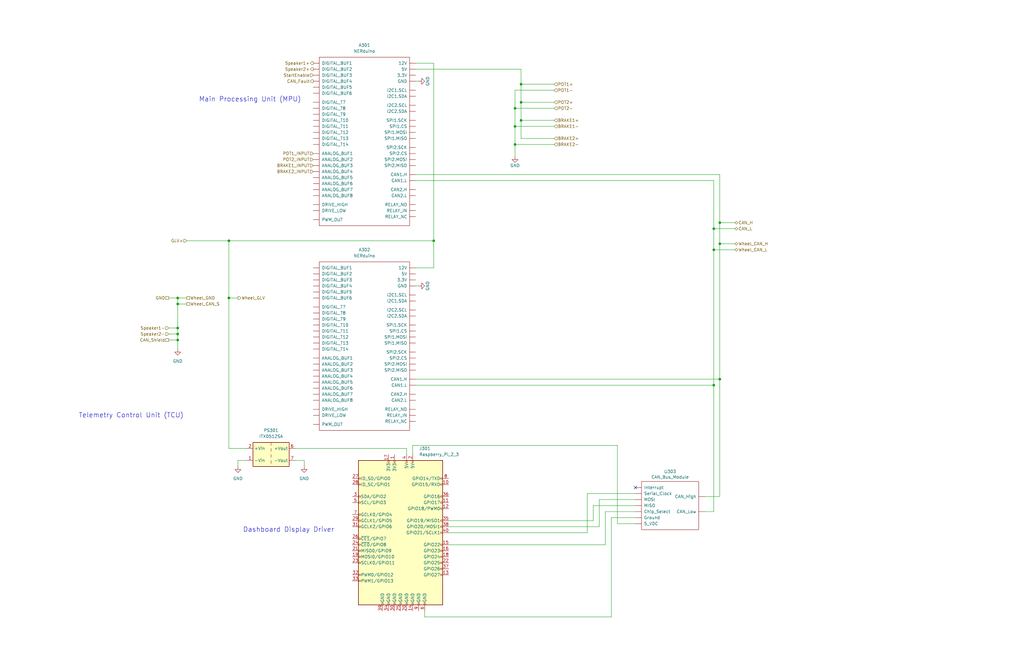
<source format=kicad_sch>
(kicad_sch (version 20230121) (generator eeschema)
  (paper "B")
  (title_block (title "Dashboard Internals") (date "2023-01-30") (rev "2") (company "Northeastern Electric Racing") (comment 1 "https://github.com/Northeastern-Electric-Racing/NER") (comment 2 "For authors and other info, contact Chief Electrical Engineer"))
  (lib_symbols
    (symbol "Connector:Raspberry_Pi_2_3" (pin_names (offset 1.016))
      (property "Reference" "J" (at -17.78 31.75 0))
      (property "Value" "Raspberry_Pi_2_3" (at 10.16 -31.75 0))
      (symbol "Raspberry_Pi_2_3_0_1"
        (rectangle (start -17.78 30.48) (end 17.78 -30.48) (stroke (width 0.254)) (fill (type background)))
      )
      (symbol "Raspberry_Pi_2_3_1_1"
        (rectangle (start -16.891 -17.526) (end -17.78 -18.034))
        (rectangle (start -16.891 -14.986) (end -17.78 -15.494))
        (rectangle (start -16.891 -12.446) (end -17.78 -12.954))
        (rectangle (start -16.891 -9.906) (end -17.78 -10.414))
        (rectangle (start -16.891 -7.366) (end -17.78 -7.874))
        (rectangle (start -16.891 -4.826) (end -17.78 -5.334))
        (rectangle (start -16.891 0.254) (end -17.78 -0.254))
        (rectangle (start -16.891 2.794) (end -17.78 2.286))
        (rectangle (start -16.891 5.334) (end -17.78 4.826))
        (rectangle (start -16.891 10.414) (end -17.78 9.906))
        (rectangle (start -16.891 12.954) (end -17.78 12.446))
        (rectangle (start -16.891 15.494) (end -17.78 14.986))
        (rectangle (start -16.891 20.574) (end -17.78 20.066))
        (rectangle (start -16.891 23.114) (end -17.78 22.606))
        (rectangle (start -10.414 -29.591) (end -9.906 -30.48))
        (rectangle (start -7.874 -29.591) (end -7.366 -30.48))
        (rectangle (start -5.334 -29.591) (end -4.826 -30.48))
        (rectangle (start -5.334 30.48) (end -4.826 29.591))
        (rectangle (start -2.794 -29.591) (end -2.286 -30.48))
        (rectangle (start -2.794 30.48) (end -2.286 29.591))
        (rectangle (start -0.254 -29.591) (end 0.254 -30.48))
        (rectangle (start 2.286 -29.591) (end 2.794 -30.48))
        (rectangle (start 2.286 30.48) (end 2.794 29.591))
        (rectangle (start 4.826 -29.591) (end 5.334 -30.48))
        (rectangle (start 4.826 30.48) (end 5.334 29.591))
        (rectangle (start 7.366 -29.591) (end 7.874 -30.48))
        (rectangle (start 17.78 -20.066) (end 16.891 -20.574))
        (rectangle (start 17.78 -17.526) (end 16.891 -18.034))
        (rectangle (start 17.78 -12.446) (end 16.891 -12.954))
        (rectangle (start 17.78 -9.906) (end 16.891 -10.414))
        (rectangle (start 17.78 -7.366) (end 16.891 -7.874))
        (rectangle (start 17.78 -4.826) (end 16.891 -5.334))
        (rectangle (start 17.78 -2.286) (end 16.891 -2.794))
        (rectangle (start 17.78 2.794) (end 16.891 2.286))
        (rectangle (start 17.78 5.334) (end 16.891 4.826))
        (rectangle (start 17.78 7.874) (end 16.891 7.366))
        (rectangle (start 17.78 12.954) (end 16.891 12.446))
        (rectangle (start 17.78 15.494) (end 16.891 14.986))
        (rectangle (start 17.78 20.574) (end 16.891 20.066))
        (rectangle (start 17.78 23.114) (end 16.891 22.606))
        (pin power_in line (at 2.54 33.02 270) (length 2.54) (name "3V3") (number "1"))
        (pin bidirectional line (at -20.32 20.32 0) (length 2.54) (name "GPIO15/RXD") (number "10"))
        (pin bidirectional line (at -20.32 12.7 0) (length 2.54) (name "GPIO17") (number "11"))
        (pin bidirectional line (at -20.32 10.16 0) (length 2.54) (name "GPIO18/PWM0") (number "12"))
        (pin bidirectional line (at -20.32 -17.78 0) (length 2.54) (name "GPIO27") (number "13"))
        (pin power_in line (at -5.08 -33.02 90) (length 2.54) (name "GND") (number "14"))
        (pin bidirectional line (at -20.32 -5.08 0) (length 2.54) (name "GPIO22") (number "15"))
        (pin bidirectional line (at -20.32 -7.62 0) (length 2.54) (name "GPIO23") (number "16"))
        (pin power_in line (at 5.08 33.02 270) (length 2.54) (name "3V3") (number "17"))
        (pin bidirectional line (at -20.32 -10.16 0) (length 2.54) (name "GPIO24") (number "18"))
        (pin bidirectional line (at 20.32 -10.16 180) (length 2.54) (name "MOSI0/GPIO10") (number "19"))
        (pin power_in line (at -5.08 33.02 270) (length 2.54) (name "5V") (number "2"))
        (pin power_in line (at -2.54 -33.02 90) (length 2.54) (name "GND") (number "20"))
        (pin bidirectional line (at 20.32 -7.62 180) (length 2.54) (name "MISO0/GPIO9") (number "21"))
        (pin bidirectional line (at -20.32 -12.7 0) (length 2.54) (name "GPIO25") (number "22"))
        (pin bidirectional line (at 20.32 -12.7 180) (length 2.54) (name "SCLK0/GPIO11") (number "23"))
        (pin bidirectional line (at 20.32 -5.08 180) (length 2.54) (name "~{CE0}/GPIO8") (number "24"))
        (pin power_in line (at 0 -33.02 90) (length 2.54) (name "GND") (number "25"))
        (pin bidirectional line (at 20.32 -2.54 180) (length 2.54) (name "~{CE1}/GPIO7") (number "26"))
        (pin bidirectional line (at 20.32 22.86 180) (length 2.54) (name "ID_SD/GPIO0") (number "27"))
        (pin bidirectional line (at 20.32 20.32 180) (length 2.54) (name "ID_SC/GPIO1") (number "28"))
        (pin bidirectional line (at 20.32 5.08 180) (length 2.54) (name "GCLK1/GPIO5") (number "29"))
        (pin bidirectional line (at 20.32 15.24 180) (length 2.54) (name "SDA/GPIO2") (number "3"))
        (pin power_in line (at 2.54 -33.02 90) (length 2.54) (name "GND") (number "30"))
        (pin bidirectional line (at 20.32 2.54 180) (length 2.54) (name "GCLK2/GPIO6") (number "31"))
        (pin bidirectional line (at 20.32 -17.78 180) (length 2.54) (name "PWM0/GPIO12") (number "32"))
        (pin bidirectional line (at 20.32 -20.32 180) (length 2.54) (name "PWM1/GPIO13") (number "33"))
        (pin power_in line (at 5.08 -33.02 90) (length 2.54) (name "GND") (number "34"))
        (pin bidirectional line (at -20.32 5.08 0) (length 2.54) (name "GPIO19/MISO1") (number "35"))
        (pin bidirectional line (at -20.32 15.24 0) (length 2.54) (name "GPIO16") (number "36"))
        (pin bidirectional line (at -20.32 -15.24 0) (length 2.54) (name "GPIO26") (number "37"))
        (pin bidirectional line (at -20.32 2.54 0) (length 2.54) (name "GPIO20/MOSI1") (number "38"))
        (pin power_in line (at 7.62 -33.02 90) (length 2.54) (name "GND") (number "39"))
        (pin power_in line (at -2.54 33.02 270) (length 2.54) (name "5V") (number "4"))
        (pin bidirectional line (at -20.32 0 0) (length 2.54) (name "GPIO21/SCLK1") (number "40"))
        (pin bidirectional line (at 20.32 12.7 180) (length 2.54) (name "SCL/GPIO3") (number "5"))
        (pin power_in line (at -10.16 -33.02 90) (length 2.54) (name "GND") (number "6"))
        (pin bidirectional line (at 20.32 7.62 180) (length 2.54) (name "GCLK0/GPIO4") (number "7"))
        (pin bidirectional line (at -20.32 22.86 0) (length 2.54) (name "GPIO14/TXD") (number "8"))
        (pin power_in line (at -7.62 -33.02 90) (length 2.54) (name "GND") (number "9"))
      )
    )
    (symbol "Converter_DCDC:ITX0512SA"
      (property "Reference" "PS" (at -7.62 6.35 0))
      (property "Value" "ITX0512SA" (at 1.27 6.35 0))
      (symbol "ITX0512SA_0_0"
        (pin power_in line (at -10.16 -2.54 0) (length 2.54) (name "-Vin") (number "1"))
        (pin power_in line (at -10.16 2.54 0) (length 2.54) (name "+Vin") (number "2"))
        (pin power_out line (at 10.16 2.54 180) (length 2.54) (name "+Vout") (number "6"))
        (pin power_out line (at 10.16 -2.54 180) (length 2.54) (name "-Vout") (number "7"))
        (pin no_connect line (at 7.62 0 180) (length 2.54) hide (name "NC") (number "8"))
      )
      (symbol "ITX0512SA_0_1"
        (rectangle (start -7.62 5.08) (end 7.62 -5.08) (stroke (width 0.254)) (fill (type background)))
        (polyline (pts (xy 0 -2.54) (xy 0 -3.81)))
        (polyline (pts (xy 0 0) (xy 0 -1.27)))
        (polyline (pts (xy 0 2.54) (xy 0 1.27)))
        (polyline (pts (xy 0 5.08) (xy 0 3.81)))
      )
    )
    (symbol "NER:CAN_Bus_Module" (pin_names (offset 1.016))
      (property "Reference" "U" (at 0 1.27 0))
      (property "Value" "CAN_Bus_Module" (at 0 0 0))
      (symbol "CAN_Bus_Module_0_1"
        (rectangle (start -11.43 -1.27) (end 12.7 -21.59))
      )
      (symbol "CAN_Bus_Module_1_1"
        (pin input line (at -13.97 -19.05 0) (length 2.54) (name "5_VDC") (number "~"))
        (pin input line (at 15.24 -7.62 180) (length 2.54) (name "CAN_High") (number "~"))
        (pin input line (at 15.24 -13.97 180) (length 2.54) (name "CAN_Low") (number "~"))
        (pin input line (at -13.97 -13.97 0) (length 2.54) (name "Chip_Select") (number "~"))
        (pin input line (at -13.97 -16.51 0) (length 2.54) (name "Ground") (number "~"))
        (pin input line (at -13.97 -3.81 0) (length 2.54) (name "Interrupt") (number "~"))
        (pin input line (at -13.97 -11.43 0) (length 2.54) (name "MISO") (number "~"))
        (pin input line (at -13.97 -8.89 0) (length 2.54) (name "MOSI") (number "~"))
        (pin input line (at -13.97 -6.35 0) (length 2.54) (name "Serial_Clock") (number "~"))
      )
    )
    (symbol "NER:NERduino" (pin_names (offset 1.016))
      (property "Reference" "A" (at 0 43.18 0))
      (property "Value" "NERduino" (at 0 40.64 0))
      (symbol "NERduino_0_1"
        (rectangle (start -19.05 38.1) (end 19.05 -33.02))
      )
      (symbol "NERduino_1_1"
        (pin bidirectional line (at 21.59 35.56 180) (length 2.54) (name "12V") (number "~"))
        (pin bidirectional line (at 21.59 30.48 180) (length 2.54) (name "3.3V") (number "~"))
        (pin bidirectional line (at 21.59 33.02 180) (length 2.54) (name "5V") (number "~"))
        (pin input line (at -21.59 -2.54 0) (length 2.54) (name "ANALOG_BUF1") (number "~"))
        (pin input line (at -21.59 -5.08 0) (length 2.54) (name "ANALOG_BUF2") (number "~"))
        (pin input line (at -21.59 -7.62 0) (length 2.54) (name "ANALOG_BUF3") (number "~"))
        (pin input line (at -21.59 -10.16 0) (length 2.54) (name "ANALOG_BUF4") (number "~"))
        (pin input line (at -21.59 -12.7 0) (length 2.54) (name "ANALOG_BUF5") (number "~"))
        (pin input line (at -21.59 -15.24 0) (length 2.54) (name "ANALOG_BUF6") (number "~"))
        (pin input line (at -21.59 -17.78 0) (length 2.54) (name "ANALOG_BUF7") (number "~"))
        (pin input line (at -21.59 -20.32 0) (length 2.54) (name "ANALOG_BUF8") (number "~"))
        (pin bidirectional line (at 21.59 -11.43 180) (length 2.54) (name "CAN1.H") (number "~"))
        (pin bidirectional line (at 21.59 -13.97 180) (length 2.54) (name "CAN1.L") (number "~"))
        (pin bidirectional line (at 21.59 -17.78 180) (length 2.54) (name "CAN2.H") (number "~"))
        (pin bidirectional line (at 21.59 -20.32 180) (length 2.54) (name "CAN2.L") (number "~"))
        (pin bidirectional line (at -21.59 35.56 0) (length 2.54) (name "DIGITAL_BUF1") (number "~"))
        (pin bidirectional line (at -21.59 33.02 0) (length 2.54) (name "DIGITAL_BUF2") (number "~"))
        (pin bidirectional line (at -21.59 30.48 0) (length 2.54) (name "DIGITAL_BUF3") (number "~"))
        (pin bidirectional line (at -21.59 27.94 0) (length 2.54) (name "DIGITAL_BUF4") (number "~"))
        (pin bidirectional line (at -21.59 25.4 0) (length 2.54) (name "DIGITAL_BUF5") (number "~"))
        (pin bidirectional line (at -21.59 22.86 0) (length 2.54) (name "DIGITAL_BUF6") (number "~"))
        (pin bidirectional line (at -21.59 11.43 0) (length 2.54) (name "DIGITAL_T10") (number "~"))
        (pin bidirectional line (at -21.59 8.89 0) (length 2.54) (name "DIGITAL_T11") (number "~"))
        (pin bidirectional line (at -21.59 6.35 0) (length 2.54) (name "DIGITAL_T12") (number "~"))
        (pin bidirectional line (at -21.59 3.81 0) (length 2.54) (name "DIGITAL_T13") (number "~"))
        (pin bidirectional line (at -21.59 1.27 0) (length 2.54) (name "DIGITAL_T14") (number "~"))
        (pin bidirectional line (at -21.59 19.05 0) (length 2.54) (name "DIGITAL_T7") (number "~"))
        (pin bidirectional line (at -21.59 16.51 0) (length 2.54) (name "DIGITAL_T8") (number "~"))
        (pin bidirectional line (at -21.59 13.97 0) (length 2.54) (name "DIGITAL_T9") (number "~"))
        (pin output line (at -21.59 -24.13 0) (length 2.54) (name "DRIVE_HIGH") (number "~"))
        (pin input line (at -21.59 -26.67 0) (length 2.54) (name "DRIVE_LOW") (number "~"))
        (pin bidirectional line (at 21.59 27.94 180) (length 2.54) (name "GND") (number "~"))
        (pin bidirectional line (at 21.59 24.13 180) (length 2.54) (name "I2C1.SCL") (number "~"))
        (pin bidirectional line (at 21.59 21.59 180) (length 2.54) (name "I2C1.SDA") (number "~"))
        (pin bidirectional line (at 21.59 17.78 180) (length 2.54) (name "I2C2.SCL") (number "~"))
        (pin bidirectional line (at 21.59 15.24 180) (length 2.54) (name "I2C2.SDA") (number "~"))
        (pin output line (at -21.59 -30.48 0) (length 2.54) (name "PWM_OUT") (number "~"))
        (pin bidirectional line (at 21.59 -26.67 180) (length 2.54) (name "RELAY_IN") (number "~"))
        (pin bidirectional line (at 21.59 -29.21 180) (length 2.54) (name "RELAY_NC") (number "~"))
        (pin bidirectional line (at 21.59 -24.13 180) (length 2.54) (name "RELAY_NO") (number "~"))
        (pin bidirectional line (at 21.59 8.89 180) (length 2.54) (name "SPI1.CS") (number "~"))
        (pin bidirectional line (at 21.59 3.81 180) (length 2.54) (name "SPI1.MISO") (number "~"))
        (pin bidirectional line (at 21.59 6.35 180) (length 2.54) (name "SPI1.MOSI") (number "~"))
        (pin bidirectional line (at 21.59 11.43 180) (length 2.54) (name "SPI1.SCK") (number "~"))
        (pin bidirectional line (at 21.59 -2.54 180) (length 2.54) (name "SPI2.CS") (number "~"))
        (pin bidirectional line (at 21.59 -7.62 180) (length 2.54) (name "SPI2.MISO") (number "~"))
        (pin bidirectional line (at 21.59 -5.08 180) (length 2.54) (name "SPI2.MOSI") (number "~"))
        (pin bidirectional line (at 21.59 0 180) (length 2.54) (name "SPI2.SCK") (number "~"))
      )
    )
    (symbol "power:GND" (power) (pin_names (offset 0))
      (property "Value" "GND" (at 0 -3.81 0))
      (symbol "GND_0_1"
        (polyline (pts (xy 0 0) (xy 0 -1.27) (xy 1.27 -1.27) (xy 0 -2.54) (xy -1.27 -1.27) (xy 0 -1.27)))
      )
      (symbol "GND_1_1"
        (pin power_in line (at 0 0 270) (length 0) hide (name "GND") (number "1"))
      )
    )
  )
  (junction (at 300.99 105.41))
  (junction (at 217.17 45.72))
  (junction (at 219.71 50.8))
  (junction (at 303.53 160.02))
  (junction (at 74.93 125.73))
  (junction (at 303.53 93.98))
  (junction (at 74.93 128.27))
  (junction (at 96.52 125.73))
  (junction (at 300.99 162.56))
  (junction (at 300.99 96.52))
  (junction (at 219.71 35.56))
  (junction (at 303.53 102.87))
  (junction (at 219.71 43.18))
  (junction (at 96.52 101.6))
  (junction (at 74.93 140.97))
  (junction (at 74.93 138.43))
  (junction (at 182.88 101.6))
  (junction (at 74.93 143.51))
  (junction (at 217.17 60.96))
  (junction (at 217.17 53.34))
  (no_connect (at 267.97 205.74))
  (wire (pts (xy 219.71 43.18) (xy 219.71 50.8)))
  (wire (pts (xy 309.88 93.98) (xy 303.53 93.98)))
  (wire (pts (xy 303.53 73.66) (xy 303.53 93.98)))
  (wire (pts (xy 219.71 43.18) (xy 233.68 43.18)))
  (wire (pts (xy 219.71 35.56) (xy 219.71 43.18)))
  (wire (pts (xy 74.93 138.43) (xy 74.93 140.97)))
  (wire (pts (xy 74.93 128.27) (xy 74.93 138.43)))
  (wire (pts (xy 219.71 35.56) (xy 219.71 29.21)))
  (wire (pts (xy 300.99 105.41) (xy 300.99 162.56)))
  (wire (pts (xy 74.93 143.51) (xy 74.93 147.32)))
  (wire (pts (xy 124.46 189.23) (xy 171.45 189.23)))
  (wire (pts (xy 171.45 189.23) (xy 171.45 191.77)))
  (wire (pts (xy 217.17 45.72) (xy 217.17 53.34)))
  (wire (pts (xy 255.27 229.87) (xy 189.23 229.87)))
  (wire (pts (xy 303.53 102.87) (xy 303.53 160.02)))
  (wire (pts (xy 175.26 113.03) (xy 182.88 113.03)))
  (wire (pts (xy 128.27 194.31) (xy 128.27 196.85)))
  (wire (pts (xy 257.81 218.44) (xy 257.81 260.35)))
  (wire (pts (xy 309.88 105.41) (xy 300.99 105.41)))
  (wire (pts (xy 96.52 125.73) (xy 96.52 189.23)))
  (wire (pts (xy 71.12 143.51) (xy 74.93 143.51)))
  (wire (pts (xy 182.88 101.6) (xy 182.88 26.67)))
  (wire (pts (xy 217.17 66.04) (xy 217.17 60.96)))
  (wire (pts (xy 233.68 58.42) (xy 219.71 58.42)))
  (wire (pts (xy 250.19 213.36) (xy 267.97 213.36)))
  (wire (pts (xy 124.46 194.31) (xy 128.27 194.31)))
  (wire (pts (xy 175.26 29.21) (xy 219.71 29.21)))
  (wire (pts (xy 247.65 208.28) (xy 267.97 208.28)))
  (wire (pts (xy 74.93 128.27) (xy 78.74 128.27)))
  (wire (pts (xy 300.99 162.56) (xy 300.99 215.9)))
  (wire (pts (xy 219.71 35.56) (xy 233.68 35.56)))
  (wire (pts (xy 175.26 26.67) (xy 182.88 26.67)))
  (wire (pts (xy 217.17 53.34) (xy 217.17 60.96)))
  (wire (pts (xy 74.93 125.73) (xy 74.93 128.27)))
  (wire (pts (xy 267.97 218.44) (xy 257.81 218.44)))
  (wire (pts (xy 217.17 45.72) (xy 233.68 45.72)))
  (wire (pts (xy 267.97 210.82) (xy 252.73 210.82)))
  (wire (pts (xy 267.97 215.9) (xy 255.27 215.9)))
  (wire (pts (xy 219.71 50.8) (xy 233.68 50.8)))
  (wire (pts (xy 250.19 219.71) (xy 250.19 213.36)))
  (wire (pts (xy 217.17 38.1) (xy 217.17 45.72)))
  (wire (pts (xy 175.26 160.02) (xy 303.53 160.02)))
  (wire (pts (xy 96.52 101.6) (xy 182.88 101.6)))
  (wire (pts (xy 182.88 101.6) (xy 182.88 113.03)))
  (wire (pts (xy 255.27 215.9) (xy 255.27 229.87)))
  (wire (pts (xy 260.35 220.98) (xy 260.35 187.96)))
  (wire (pts (xy 217.17 38.1) (xy 233.68 38.1)))
  (wire (pts (xy 219.71 58.42) (xy 219.71 50.8)))
  (wire (pts (xy 96.52 189.23) (xy 104.14 189.23)))
  (wire (pts (xy 257.81 260.35) (xy 179.07 260.35)))
  (wire (pts (xy 303.53 160.02) (xy 303.53 209.55)))
  (wire (pts (xy 179.07 260.35) (xy 179.07 257.81)))
  (wire (pts (xy 217.17 60.96) (xy 233.68 60.96)))
  (wire (pts (xy 96.52 125.73) (xy 100.33 125.73)))
  (wire (pts (xy 303.53 93.98) (xy 303.53 102.87)))
  (wire (pts (xy 300.99 215.9) (xy 297.18 215.9)))
  (wire (pts (xy 173.99 187.96) (xy 173.99 191.77)))
  (wire (pts (xy 247.65 224.79) (xy 247.65 208.28)))
  (wire (pts (xy 303.53 209.55) (xy 297.18 209.55)))
  (wire (pts (xy 104.14 194.31) (xy 100.33 194.31)))
  (wire (pts (xy 309.88 96.52) (xy 300.99 96.52)))
  (wire (pts (xy 175.26 73.66) (xy 303.53 73.66)))
  (wire (pts (xy 189.23 219.71) (xy 250.19 219.71)))
  (wire (pts (xy 176.53 120.65) (xy 175.26 120.65)))
  (wire (pts (xy 175.26 162.56) (xy 300.99 162.56)))
  (wire (pts (xy 74.93 138.43) (xy 71.12 138.43)))
  (wire (pts (xy 189.23 224.79) (xy 247.65 224.79)))
  (wire (pts (xy 100.33 194.31) (xy 100.33 196.85)))
  (wire (pts (xy 74.93 125.73) (xy 78.74 125.73)))
  (wire (pts (xy 267.97 220.98) (xy 260.35 220.98)))
  (wire (pts (xy 176.53 34.29) (xy 175.26 34.29)))
  (wire (pts (xy 74.93 140.97) (xy 74.93 143.51)))
  (wire (pts (xy 300.99 96.52) (xy 300.99 105.41)))
  (wire (pts (xy 71.12 125.73) (xy 74.93 125.73)))
  (wire (pts (xy 233.68 53.34) (xy 217.17 53.34)))
  (wire (pts (xy 309.88 102.87) (xy 303.53 102.87)))
  (wire (pts (xy 96.52 101.6) (xy 96.52 125.73)))
  (wire (pts (xy 175.26 76.2) (xy 300.99 76.2)))
  (wire (pts (xy 74.93 140.97) (xy 71.12 140.97)))
  (wire (pts (xy 252.73 210.82) (xy 252.73 222.25)))
  (wire (pts (xy 300.99 76.2) (xy 300.99 96.52)))
  (wire (pts (xy 252.73 222.25) (xy 189.23 222.25)))
  (wire (pts (xy 260.35 187.96) (xy 173.99 187.96)))
  (wire (pts (xy 78.74 101.6) (xy 96.52 101.6)))
  (text "Dashboard Display Driver\n" (at 140.97 224.79 0) (effects (font (size 2.0066 2.0066)) (justify right bottom)))
  (text "Telemetry Control Unit (TCU)" (at 77.47 176.53 0) (effects (font (size 2.0066 2.0066)) (justify right bottom)))
  (text "Main Processing Unit (MPU)" (at 127 43.18 0) (effects (font (size 2.0066 2.0066)) (justify right bottom)))
  (hierarchical_label "BRAKE1-" (shape input) (at 233.68 53.34 0))
  (hierarchical_label "POT1+" (shape input) (at 233.68 35.56 0))
  (hierarchical_label "BRAKE1+" (shape input) (at 233.68 50.8 0))
  (hierarchical_label "CAN_H" (shape bidirectional) (at 309.88 93.98 0))
  (hierarchical_label "BRAKE2-" (shape input) (at 233.68 60.96 0))
  (hierarchical_label "GLV+" (shape input) (at 78.74 101.6 180))
  (hierarchical_label "POT2_INPUT" (shape input) (at 132.08 67.31 180))
  (hierarchical_label "CAN_L" (shape bidirectional) (at 309.88 96.52 0))
  (hierarchical_label "CAN_Shield" (shape passive) (at 71.12 143.51 180))
  (hierarchical_label "BRAKE2_INPUT" (shape input) (at 132.08 72.39 180))
  (hierarchical_label "BRAKE2+" (shape input) (at 233.68 58.42 0))
  (hierarchical_label "BRAKE1_INPUT" (shape input) (at 132.08 69.85 180))
  (hierarchical_label "Speaker1-" (shape input) (at 71.12 138.43 180))
  (hierarchical_label "StartEnable" (shape input) (at 132.08 31.75 180))
  (hierarchical_label "POT1_INPUT" (shape input) (at 132.08 64.77 180))
  (hierarchical_label "Wheel_GND" (shape passive) (at 78.74 125.73 0))
  (hierarchical_label "Speaker2+" (shape output) (at 132.08 29.21 180))
  (hierarchical_label "POT2+" (shape input) (at 233.68 43.18 0))
  (hierarchical_label "GND" (shape passive) (at 71.12 125.73 180))
  (hierarchical_label "Speaker1+" (shape output) (at 132.08 26.67 180))
  (hierarchical_label "Wheel_CAN_S" (shape passive) (at 78.74 128.27 0))
  (hierarchical_label "Wheel_GLV" (shape output) (at 100.33 125.73 0))
  (hierarchical_label "Speaker2-" (shape input) (at 71.12 140.97 180))
  (hierarchical_label "Wheel_CAN_H" (shape bidirectional) (at 309.88 102.87 0))
  (hierarchical_label "POT2-" (shape input) (at 233.68 45.72 0))
  (hierarchical_label "CAN_Fault" (shape output) (at 132.08 34.29 180))
  (hierarchical_label "Wheel_CAN_L" (shape bidirectional) (at 309.88 105.41 0))
  (hierarchical_label "POT1-" (shape input) (at 233.68 38.1 0))
  (symbol (lib_id "Connector:Raspberry_Pi_2_3") (at 168.91 224.79 0) (mirror y) (unit 1)
    (property "Reference" "J301" (at 176.7587 189.23 0) (effects (justify right)))
    (property "Value" "Raspberry_Pi_2_3" (at 176.7587 191.77 0) (effects (justify right)))
    (property "Datasheet" "https://www.raspberrypi.org/documentation/hardware/raspberrypi/schematics/rpi_SCH_3bplus_1p0_reduced.pdf" (effects hide))
  )
  (symbol (lib_id "power:GND") (at 128.27 196.85 0) (unit 1)
    (property "Reference" "#PWR0304" (effects hide))
    (property "Value" "GND" (at 128.27 201.93 0))
  )
  (symbol (lib_id "power:GND") (at 176.53 120.65 90) (unit 1)
    (property "Reference" "#PWR0306" (effects hide))
    (property "Value" "GND" (at 180.34 120.65 0))
  )
  (symbol (lib_id "Converter_DCDC:ITX0512SA") (at 114.3 191.77 0) (unit 1)
    (property "Reference" "PS301" (at 114.3 181.61 0))
    (property "Value" "ITX0512SA" (at 114.3 184.15 0))
    (property "Footprint" "Converter_DCDC:Converter_DCDC_XP_POWER-ITXxxxxSA_THT" (effects hide))
    (property "Datasheet" "https://www.xppower.com/pdfs/SF_ITX.pdf" (effects hide))
  )
  (symbol (lib_id "power:GND") (at 176.53 34.29 90) (unit 1)
    (property "Reference" "#PWR0305" (effects hide))
    (property "Value" "GND" (at 180.34 34.29 0))
  )
  (symbol (lib_id "power:GND") (at 100.33 196.85 0) (mirror y) (unit 1)
    (property "Reference" "#PWR0302" (effects hide))
    (property "Value" "GND" (at 100.33 201.93 0))
  )
  (symbol (lib_id "NER:NERduino") (at 153.67 62.23 0) (unit 1)
    (property "Reference" "A301" (at 153.67 19.05 0))
    (property "Value" "NERduino" (at 153.67 21.59 0))
  )
  (symbol (lib_id "power:GND") (at 74.93 147.32 0) (unit 1)
    (property "Reference" "#PWR0301" (effects hide))
    (property "Value" "GND" (at 74.93 152.4 0))
  )
  (symbol (lib_id "power:GND") (at 217.17 66.04 0) (mirror y) (unit 1)
    (property "Reference" "#PWR0303" (effects hide))
    (property "Value" "GND" (at 217.17 69.85 0))
  )
  (symbol (lib_id "NER:NERduino") (at 153.67 148.59 0) (unit 1)
    (property "Reference" "A302" (at 153.67 105.41 0))
    (property "Value" "NERduino" (at 153.67 107.95 0))
  )
  (symbol (lib_id "NER:CAN_Bus_Module") (at 281.94 201.93 0) (unit 1)
    (property "Reference" "U303" (at 282.575 199.009 0))
    (property "Value" "CAN_Bus_Module" (at 282.575 201.3204 0))
  )
)
</source>
